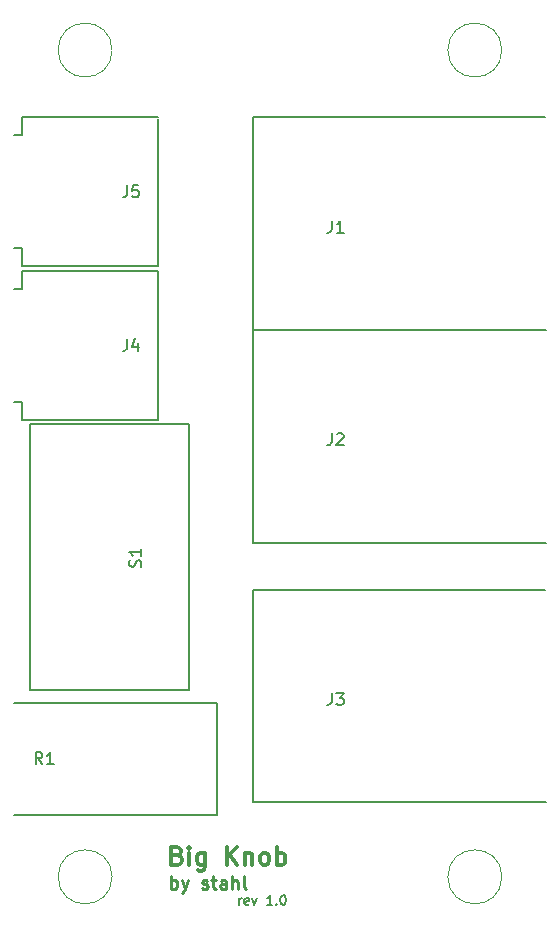
<source format=gto>
G04 #@! TF.FileFunction,Legend,Top*
%FSLAX46Y46*%
G04 Gerber Fmt 4.6, Leading zero omitted, Abs format (unit mm)*
G04 Created by KiCad (PCBNEW 4.0.6) date Mon May 15 11:48:22 2017*
%MOMM*%
%LPD*%
G01*
G04 APERTURE LIST*
%ADD10C,0.100000*%
%ADD11C,0.200000*%
%ADD12C,0.275000*%
%ADD13C,0.300000*%
%ADD14C,0.120000*%
%ADD15C,0.150000*%
G04 APERTURE END LIST*
D10*
D11*
X147388095Y-124931905D02*
X147388095Y-124398571D01*
X147388095Y-124550952D02*
X147426190Y-124474762D01*
X147464286Y-124436667D01*
X147540476Y-124398571D01*
X147616667Y-124398571D01*
X148188095Y-124893810D02*
X148111905Y-124931905D01*
X147959524Y-124931905D01*
X147883333Y-124893810D01*
X147845238Y-124817619D01*
X147845238Y-124512857D01*
X147883333Y-124436667D01*
X147959524Y-124398571D01*
X148111905Y-124398571D01*
X148188095Y-124436667D01*
X148226190Y-124512857D01*
X148226190Y-124589048D01*
X147845238Y-124665238D01*
X148492857Y-124398571D02*
X148683333Y-124931905D01*
X148873809Y-124398571D01*
X150207143Y-124931905D02*
X149750000Y-124931905D01*
X149978571Y-124931905D02*
X149978571Y-124131905D01*
X149902381Y-124246190D01*
X149826190Y-124322381D01*
X149750000Y-124360476D01*
X150550000Y-124855714D02*
X150588095Y-124893810D01*
X150550000Y-124931905D01*
X150511905Y-124893810D01*
X150550000Y-124855714D01*
X150550000Y-124931905D01*
X151083333Y-124131905D02*
X151159524Y-124131905D01*
X151235714Y-124170000D01*
X151273809Y-124208095D01*
X151311905Y-124284286D01*
X151350000Y-124436667D01*
X151350000Y-124627143D01*
X151311905Y-124779524D01*
X151273809Y-124855714D01*
X151235714Y-124893810D01*
X151159524Y-124931905D01*
X151083333Y-124931905D01*
X151007143Y-124893810D01*
X150969047Y-124855714D01*
X150930952Y-124779524D01*
X150892857Y-124627143D01*
X150892857Y-124436667D01*
X150930952Y-124284286D01*
X150969047Y-124208095D01*
X151007143Y-124170000D01*
X151083333Y-124131905D01*
D12*
X141633335Y-123567619D02*
X141633335Y-122467619D01*
X141633335Y-122886667D02*
X141738097Y-122834286D01*
X141947620Y-122834286D01*
X142052382Y-122886667D01*
X142104763Y-122939048D01*
X142157144Y-123043810D01*
X142157144Y-123358095D01*
X142104763Y-123462857D01*
X142052382Y-123515238D01*
X141947620Y-123567619D01*
X141738097Y-123567619D01*
X141633335Y-123515238D01*
X142523811Y-122834286D02*
X142785716Y-123567619D01*
X143047620Y-122834286D02*
X142785716Y-123567619D01*
X142680954Y-123829524D01*
X142628573Y-123881905D01*
X142523811Y-123934286D01*
X144252382Y-123515238D02*
X144357144Y-123567619D01*
X144566668Y-123567619D01*
X144671429Y-123515238D01*
X144723810Y-123410476D01*
X144723810Y-123358095D01*
X144671429Y-123253333D01*
X144566668Y-123200952D01*
X144409525Y-123200952D01*
X144304763Y-123148571D01*
X144252382Y-123043810D01*
X144252382Y-122991429D01*
X144304763Y-122886667D01*
X144409525Y-122834286D01*
X144566668Y-122834286D01*
X144671429Y-122886667D01*
X145038096Y-122834286D02*
X145457144Y-122834286D01*
X145195239Y-122467619D02*
X145195239Y-123410476D01*
X145247620Y-123515238D01*
X145352382Y-123567619D01*
X145457144Y-123567619D01*
X146295238Y-123567619D02*
X146295238Y-122991429D01*
X146242857Y-122886667D01*
X146138095Y-122834286D01*
X145928572Y-122834286D01*
X145823810Y-122886667D01*
X146295238Y-123515238D02*
X146190476Y-123567619D01*
X145928572Y-123567619D01*
X145823810Y-123515238D01*
X145771429Y-123410476D01*
X145771429Y-123305714D01*
X145823810Y-123200952D01*
X145928572Y-123148571D01*
X146190476Y-123148571D01*
X146295238Y-123096190D01*
X146819048Y-123567619D02*
X146819048Y-122467619D01*
X147290476Y-123567619D02*
X147290476Y-122991429D01*
X147238095Y-122886667D01*
X147133333Y-122834286D01*
X146976191Y-122834286D01*
X146871429Y-122886667D01*
X146819048Y-122939048D01*
X147971429Y-123567619D02*
X147866667Y-123515238D01*
X147814286Y-123410476D01*
X147814286Y-122467619D01*
D13*
X142164286Y-120762857D02*
X142378572Y-120834286D01*
X142450000Y-120905714D01*
X142521429Y-121048571D01*
X142521429Y-121262857D01*
X142450000Y-121405714D01*
X142378572Y-121477143D01*
X142235714Y-121548571D01*
X141664286Y-121548571D01*
X141664286Y-120048571D01*
X142164286Y-120048571D01*
X142307143Y-120120000D01*
X142378572Y-120191429D01*
X142450000Y-120334286D01*
X142450000Y-120477143D01*
X142378572Y-120620000D01*
X142307143Y-120691429D01*
X142164286Y-120762857D01*
X141664286Y-120762857D01*
X143164286Y-121548571D02*
X143164286Y-120548571D01*
X143164286Y-120048571D02*
X143092857Y-120120000D01*
X143164286Y-120191429D01*
X143235714Y-120120000D01*
X143164286Y-120048571D01*
X143164286Y-120191429D01*
X144521429Y-120548571D02*
X144521429Y-121762857D01*
X144450000Y-121905714D01*
X144378572Y-121977143D01*
X144235715Y-122048571D01*
X144021429Y-122048571D01*
X143878572Y-121977143D01*
X144521429Y-121477143D02*
X144378572Y-121548571D01*
X144092858Y-121548571D01*
X143950000Y-121477143D01*
X143878572Y-121405714D01*
X143807143Y-121262857D01*
X143807143Y-120834286D01*
X143878572Y-120691429D01*
X143950000Y-120620000D01*
X144092858Y-120548571D01*
X144378572Y-120548571D01*
X144521429Y-120620000D01*
X146378572Y-121548571D02*
X146378572Y-120048571D01*
X147235715Y-121548571D02*
X146592858Y-120691429D01*
X147235715Y-120048571D02*
X146378572Y-120905714D01*
X147878572Y-120548571D02*
X147878572Y-121548571D01*
X147878572Y-120691429D02*
X147950000Y-120620000D01*
X148092858Y-120548571D01*
X148307143Y-120548571D01*
X148450000Y-120620000D01*
X148521429Y-120762857D01*
X148521429Y-121548571D01*
X149450001Y-121548571D02*
X149307143Y-121477143D01*
X149235715Y-121405714D01*
X149164286Y-121262857D01*
X149164286Y-120834286D01*
X149235715Y-120691429D01*
X149307143Y-120620000D01*
X149450001Y-120548571D01*
X149664286Y-120548571D01*
X149807143Y-120620000D01*
X149878572Y-120691429D01*
X149950001Y-120834286D01*
X149950001Y-121262857D01*
X149878572Y-121405714D01*
X149807143Y-121477143D01*
X149664286Y-121548571D01*
X149450001Y-121548571D01*
X150592858Y-121548571D02*
X150592858Y-120048571D01*
X150592858Y-120620000D02*
X150735715Y-120548571D01*
X151021429Y-120548571D01*
X151164286Y-120620000D01*
X151235715Y-120691429D01*
X151307144Y-120834286D01*
X151307144Y-121262857D01*
X151235715Y-121405714D01*
X151164286Y-121477143D01*
X151021429Y-121548571D01*
X150735715Y-121548571D01*
X150592858Y-121477143D01*
D14*
X136636000Y-122570000D02*
G75*
G03X136636000Y-122570000I-2286000J0D01*
G01*
X169636000Y-122570000D02*
G75*
G03X169636000Y-122570000I-2286000J0D01*
G01*
X169636000Y-52570000D02*
G75*
G03X169636000Y-52570000I-2286000J0D01*
G01*
X136636000Y-52570000D02*
G75*
G03X136636000Y-52570000I-2286000J0D01*
G01*
D15*
X145550000Y-117320000D02*
X145550000Y-107820000D01*
X145550000Y-107820000D02*
X145350000Y-107820000D01*
X128350000Y-107820000D02*
X145350000Y-107820000D01*
X128350000Y-117320000D02*
X145550000Y-117320000D01*
X148550000Y-76270000D02*
X173350000Y-76270000D01*
X148550000Y-58270000D02*
X173250000Y-58270000D01*
X148550000Y-58270000D02*
X148550000Y-76270000D01*
X148550000Y-94270000D02*
X173350000Y-94270000D01*
X148550000Y-76270000D02*
X173250000Y-76270000D01*
X148550000Y-76270000D02*
X148550000Y-94270000D01*
X148550000Y-116270000D02*
X173350000Y-116270000D01*
X148550000Y-98270000D02*
X173250000Y-98270000D01*
X148550000Y-98270000D02*
X148550000Y-116270000D01*
X129650000Y-106770000D02*
X143150000Y-106770000D01*
X143150000Y-106770000D02*
X143150000Y-106670000D01*
X129650000Y-84270000D02*
X129650000Y-84470000D01*
X143150000Y-84270000D02*
X129650000Y-84270000D01*
X143150000Y-106620000D02*
X143150000Y-84320000D01*
X129650000Y-106720000D02*
X129650000Y-84420000D01*
X129450000Y-70870000D02*
X129050000Y-70870000D01*
X129050000Y-70870000D02*
X129050000Y-69370000D01*
X129050000Y-69370000D02*
X128350000Y-69370000D01*
X129350000Y-58270000D02*
X129050000Y-58270000D01*
X129050000Y-58270000D02*
X129050000Y-59770000D01*
X129050000Y-59770000D02*
X128350000Y-59770000D01*
X129350000Y-58270000D02*
X140550000Y-58270000D01*
X140550000Y-58370000D02*
X140550000Y-70870000D01*
X140550000Y-70870000D02*
X129350000Y-70870000D01*
X129450000Y-83870000D02*
X129050000Y-83870000D01*
X129050000Y-83870000D02*
X129050000Y-82370000D01*
X129050000Y-82370000D02*
X128350000Y-82370000D01*
X129350000Y-71270000D02*
X129050000Y-71270000D01*
X129050000Y-71270000D02*
X129050000Y-72770000D01*
X129050000Y-72770000D02*
X128350000Y-72770000D01*
X129350000Y-71270000D02*
X140550000Y-71270000D01*
X140550000Y-71370000D02*
X140550000Y-83870000D01*
X140550000Y-83870000D02*
X129350000Y-83870000D01*
X130723334Y-113022381D02*
X130390000Y-112546190D01*
X130151905Y-113022381D02*
X130151905Y-112022381D01*
X130532858Y-112022381D01*
X130628096Y-112070000D01*
X130675715Y-112117619D01*
X130723334Y-112212857D01*
X130723334Y-112355714D01*
X130675715Y-112450952D01*
X130628096Y-112498571D01*
X130532858Y-112546190D01*
X130151905Y-112546190D01*
X131675715Y-113022381D02*
X131104286Y-113022381D01*
X131390000Y-113022381D02*
X131390000Y-112022381D01*
X131294762Y-112165238D01*
X131199524Y-112260476D01*
X131104286Y-112308095D01*
X155236667Y-67022381D02*
X155236667Y-67736667D01*
X155189047Y-67879524D01*
X155093809Y-67974762D01*
X154950952Y-68022381D01*
X154855714Y-68022381D01*
X156236667Y-68022381D02*
X155665238Y-68022381D01*
X155950952Y-68022381D02*
X155950952Y-67022381D01*
X155855714Y-67165238D01*
X155760476Y-67260476D01*
X155665238Y-67308095D01*
X155236667Y-85022381D02*
X155236667Y-85736667D01*
X155189047Y-85879524D01*
X155093809Y-85974762D01*
X154950952Y-86022381D01*
X154855714Y-86022381D01*
X155665238Y-85117619D02*
X155712857Y-85070000D01*
X155808095Y-85022381D01*
X156046191Y-85022381D01*
X156141429Y-85070000D01*
X156189048Y-85117619D01*
X156236667Y-85212857D01*
X156236667Y-85308095D01*
X156189048Y-85450952D01*
X155617619Y-86022381D01*
X156236667Y-86022381D01*
X155236667Y-107022381D02*
X155236667Y-107736667D01*
X155189047Y-107879524D01*
X155093809Y-107974762D01*
X154950952Y-108022381D01*
X154855714Y-108022381D01*
X155617619Y-107022381D02*
X156236667Y-107022381D01*
X155903333Y-107403333D01*
X156046191Y-107403333D01*
X156141429Y-107450952D01*
X156189048Y-107498571D01*
X156236667Y-107593810D01*
X156236667Y-107831905D01*
X156189048Y-107927143D01*
X156141429Y-107974762D01*
X156046191Y-108022381D01*
X155760476Y-108022381D01*
X155665238Y-107974762D01*
X155617619Y-107927143D01*
X139054762Y-96331905D02*
X139102381Y-96189048D01*
X139102381Y-95950952D01*
X139054762Y-95855714D01*
X139007143Y-95808095D01*
X138911905Y-95760476D01*
X138816667Y-95760476D01*
X138721429Y-95808095D01*
X138673810Y-95855714D01*
X138626190Y-95950952D01*
X138578571Y-96141429D01*
X138530952Y-96236667D01*
X138483333Y-96284286D01*
X138388095Y-96331905D01*
X138292857Y-96331905D01*
X138197619Y-96284286D01*
X138150000Y-96236667D01*
X138102381Y-96141429D01*
X138102381Y-95903333D01*
X138150000Y-95760476D01*
X139102381Y-94808095D02*
X139102381Y-95379524D01*
X139102381Y-95093810D02*
X138102381Y-95093810D01*
X138245238Y-95189048D01*
X138340476Y-95284286D01*
X138388095Y-95379524D01*
X137906667Y-64022381D02*
X137906667Y-64736667D01*
X137859047Y-64879524D01*
X137763809Y-64974762D01*
X137620952Y-65022381D01*
X137525714Y-65022381D01*
X138859048Y-64022381D02*
X138382857Y-64022381D01*
X138335238Y-64498571D01*
X138382857Y-64450952D01*
X138478095Y-64403333D01*
X138716191Y-64403333D01*
X138811429Y-64450952D01*
X138859048Y-64498571D01*
X138906667Y-64593810D01*
X138906667Y-64831905D01*
X138859048Y-64927143D01*
X138811429Y-64974762D01*
X138716191Y-65022381D01*
X138478095Y-65022381D01*
X138382857Y-64974762D01*
X138335238Y-64927143D01*
X137906667Y-77022381D02*
X137906667Y-77736667D01*
X137859047Y-77879524D01*
X137763809Y-77974762D01*
X137620952Y-78022381D01*
X137525714Y-78022381D01*
X138811429Y-77355714D02*
X138811429Y-78022381D01*
X138573333Y-76974762D02*
X138335238Y-77689048D01*
X138954286Y-77689048D01*
M02*

</source>
